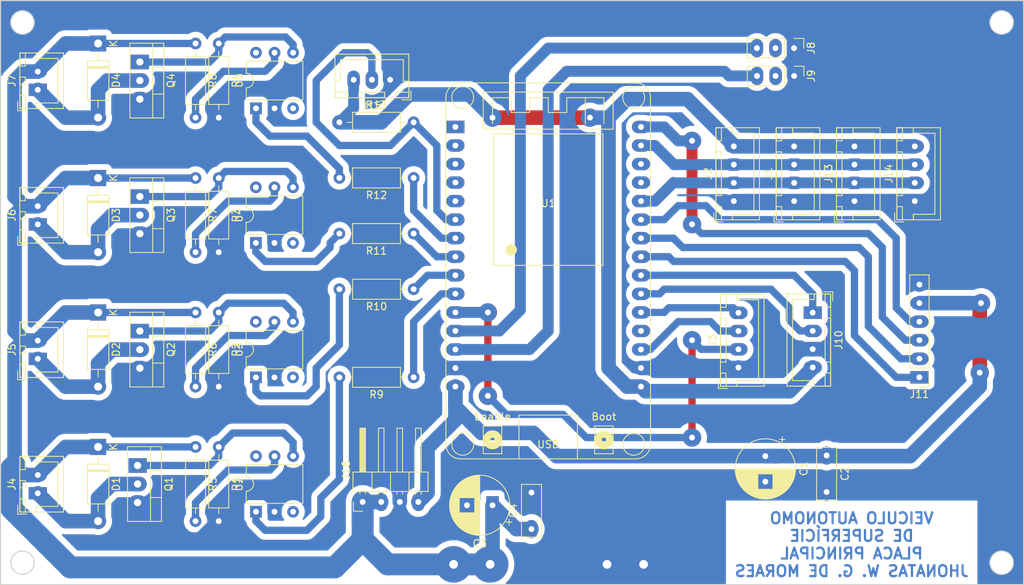
<source format=kicad_pcb>
(kicad_pcb (version 20221018) (generator pcbnew)
  (layers (0 "F.Cu" signal) (31 "B.Cu" signal) (34 "B.Paste" user) (35 "F.Paste" user) (36 "B.SilkS" user "B.Silkscreen") (37 "F.SilkS" user "F.Silkscreen") (38 "B.Mask" user) (39 "F.Mask" user) (44 "Edge.Cuts" user))
  (net 0 "")
  (net 9 "GND")
  (net 10 "SDA")
  (net 11 "SCL")
  (net 12 "+3V3")
  (net 13 "BTN3")
  (net 14 "BTN2")
  (net 15 "BTN1")
  (net 20 "ESC1")
  (net 22 "ESC2")
  (net 23 "TX2")
  (net 24 "RX2")
  (net 26 "DS1820")
  (net 27 "SS")
  (net 28 "SCK")
  (net 29 "MISO")
  (net 30 "MOSI")
  (net 33 "+12V")
  (net 34 "Net-(D1-A)")
  (net 35 "Net-(D2-A)")
  (net 36 "Net-(D3-A)")
  (net 37 "Net-(D4-A)")
  (net 38 "Net-(Q1-G)")
  (net 39 "Net-(Q2-G)")
  (net 40 "Net-(Q3-G)")
  (net 41 "Net-(Q4-G)")
  (net 42 "Net-(R5-Pad2)")
  (net 43 "Net-(R6-Pad2)")
  (net 44 "Net-(R7-Pad2)")
  (net 45 "Net-(R8-Pad2)")
  (net 46 "BMB1")
  (net 47 "Net-(R9-Pad2)")
  (net 48 "BMB2")
  (net 49 "Net-(R10-Pad2)")
  (net 50 "BMB3")
  (net 51 "Net-(R11-Pad2)")
  (net 52 "BMB4")
  (net 53 "Net-(R12-Pad2)")
  (net 54 "+5V")
  (footprint "Resistor_THT:R_Axial_DIN0207_L6.3mm_D2.5mm_P10.16mm_Horizontal" (layer "F.Cu") (at 105.283 94.503 -90)
    (fp_text reference "R2")
    (fp_text value "1k2")
  )
  (footprint "Package_DIP:DIP-6_W7.62mm" (layer "F.Cu") (at 110.363 84.978 90)
    (fp_text reference "U4")
    (fp_text value "4N25")
  )
  (footprint "Diode_THT:D_DO-41_SOD81_P10.16mm_Horizontal" (layer "F.Cu") (at 88.773 94.503 -90)
    (fp_text reference "D2")
    (fp_text value "1N4007")
  )
  (footprint "Resistor_THT:R_Axial_DIN0207_L6.3mm_D2.5mm_P10.16mm_Horizontal" (layer "F.Cu") (at 102.108 76.088 -90)
    (fp_text reference "R7")
    (fp_text value "1k2")
  )
  (footprint "Connector_JST:JST_XH_B4B-XH-A_1x04_P2.50mm_Vertical" (layer "F.Cu") (at 200.533 79.248 90)
    (fp_text reference "J14")
    (fp_text value "I2C_EXTRA")
  )
  (footprint "Connector_JST:JST_XH_B4B-XH-A_1x04_P2.50mm_Vertical" (layer "F.Cu") (at 184.023 79.248 90)
    (fp_text reference "J1")
    (fp_text value "Magnetometro")
  )
  (footprint "Resistor_THT:R_Axial_DIN0207_L6.3mm_D2.5mm_P10.16mm_Horizontal" (layer "F.Cu") (at 102.108 57.658 -90)
    (fp_text reference "R8")
    (fp_text value "1k2")
  )
  (footprint "Package_TO_SOT_THT:TO-220-3_Vertical" (layer "F.Cu") (at 94.488 78.628 -90)
    (fp_text reference "Q3")
    (fp_text value "IRF540N")
  )
  (footprint "Connector_PinHeader_2.54mm:PinHeader_1x03_P2.54mm_Vertical" (layer "F.Cu") (at 184.023 62.103 -90)
    (fp_text reference "J9")
    (fp_text value "Con_ESC2")
  )
  (footprint "Connector_JST:JST_XH_B4B-XH-A_1x04_P2.50mm_Vertical" (layer "F.Cu") (at 176.403 102.048 90)
    (fp_text reference "J3")
    (fp_text value "Botoes")
  )
  (footprint "Connector_PinHeader_2.54mm:PinHeader_1x06_P2.54mm_Vertical" (layer "F.Cu") (at 201.168 103.378 180)
    (fp_text reference "J11")
    (fp_text value "Conn_01x06")
  )
  (footprint "Connector_JST:JST_XH_B4B-XH-A_1x04_P2.50mm_Vertical" (layer "F.Cu") (at 186.563 94.528 -90)
    (fp_text reference "J10")
    (fp_text value "GPS")
  )
  (footprint "Connector_JST:JST_XH_B2B-XH-A_1x02_P2.50mm_Vertical" (layer "F.Cu") (at 80.518 64.008 90)
    (fp_text reference "J7")
    (fp_text value "Con_BMB4")
  )
  (footprint "Connector_PinHeader_2.54mm:PinHeader_1x04_P2.54mm_Horizontal" (layer "F.Cu") (at 124.978 120.453 90)
    (fp_text reference "J16")
    (fp_text value "Buck")
  )
  (footprint "Resistor_THT:R_Axial_DIN0207_L6.3mm_D2.5mm_P10.16mm_Horizontal" (layer "F.Cu") (at 131.953 91.313 180)
    (fp_text reference "R10")
    (fp_text value "100")
  )
  (footprint "Resistor_THT:R_Axial_DIN0207_L6.3mm_D2.5mm_P10.16mm_Horizontal" (layer "F.Cu") (at 131.953 76.073 180)
    (fp_text reference "R12")
    (fp_text value "100")
  )
  (footprint "Connector_JST:JST_XH_B2B-XH-A_1x02_P2.50mm_Vertical" (layer "F.Cu") (at 80.518 100.853 90)
    (fp_text reference "J5")
    (fp_text value "Con_BMB2")
  )
  (footprint "Connector_PinHeader_2.54mm:PinHeader_1x03_P2.54mm_Vertical" (layer "F.Cu") (at 184.008 58.293 -90)
    (fp_text reference "J8")
    (fp_text value "Con_ESC1")
  )
  (footprint "Resistor_THT:R_Axial_DIN0207_L6.3mm_D2.5mm_P10.16mm_Horizontal" (layer "F.Cu") (at 102.108 112.918 -90)
    (fp_text reference "R5")
    (fp_text value "1k2")
  )
  (footprint "Resistor_THT:R_Axial_DIN0207_L6.3mm_D2.5mm_P10.16mm_Horizontal" (layer "F.Cu") (at 121.793 68.453)
    (fp_text reference "R13")
    (fp_text value "1k2")
  )
  (footprint "Package_TO_SOT_THT:TO-220-3_Vertical" (layer "F.Cu") (at 94.488 60.198 -90)
    (fp_text reference "Q4")
    (fp_text value "IRF540N")
  )
  (footprint "Custom:C_Disc_D7.0mm_W2.5mm_P5.00mm" (layer "F.Cu") (at 148.082 124.166 90)
    (fp_text reference "C4")
    (fp_text value "10nF")
  )
  (footprint "Diode_THT:D_DO-41_SOD81_P10.16mm_Horizontal" (layer "F.Cu") (at 88.773 112.918 -90)
    (fp_text reference "D1")
    (fp_text value "1N4007")
  )
  (footprint "Custom:CP_Radial_D8.0mm_P3.50mm" (layer "F.Cu") (at 180.086 114.171349 -90)
    (fp_text reference "C1")
    (fp_text value "470uF")
  )
  (footprint "Resistor_THT:R_Axial_DIN0207_L6.3mm_D2.5mm_P10.16mm_Horizontal" (layer "F.Cu") (at 131.953 103.378 180)
    (fp_text reference "R9")
    (fp_text value "100")
  )
  (footprint "Connector_JST:JST_XH_B2B-XH-A_1x02_P2.50mm_Vertical" (layer "F.Cu") (at 80.518 119.268 90)
    (fp_text reference "J4")
    (fp_text value "Con_BMB1")
  )
  (footprint "Resistor_THT:R_Axial_DIN0207_L6.3mm_D2.5mm_P10.16mm_Horizontal" (layer "F.Cu") (at 105.283 76.088 -90)
    (fp_text reference "R3")
    (fp_text value "1k2")
  )
  (footprint "Package_TO_SOT_THT:TO-220-3_Vertical" (layer "F.Cu") (at 94.178 115.458 -90)
    (fp_text reference "Q1")
    (fp_text value "IRF540N")
  )
  (footprint "Custom:C_Disc_D7.0mm_W2.5mm_P5.00mm" (layer "F.Cu") (at 188.468 114.086 -90)
    (fp_text reference "C2")
    (fp_text value "10nF")
  )
  (footprint "Resistor_THT:R_Axial_DIN0207_L6.3mm_D2.5mm_P10.16mm_Horizontal" (layer "F.Cu") (at 102.108 94.503 -90)
    (fp_text reference "R6")
    (fp_text value "1k2")
  )
  (footprint "Package_DIP:DIP-6_W7.62mm" (layer "F.Cu") (at 110.378 66.538 90)
    (fp_text reference "U5")
    (fp_text value "4N25")
  )
  (footprint "Resistor_THT:R_Axial_DIN0207_L6.3mm_D2.5mm_P10.16mm_Horizontal" (layer "F.Cu") (at 131.953 83.693 180)
    (fp_text reference "R11")
    (fp_text value "100")
  )
  (footprint "Resistor_THT:R_Axial_DIN0207_L6.3mm_D2.5mm_P10.16mm_Horizontal" (layer "F.Cu") (at 105.283 112.918 -90)
    (fp_text reference "R1")
    (fp_text value "1k2")
  )
  (footprint "Package_TO_SOT_THT:TO-220-3_Vertical" (layer "F.Cu") (at 94.488 97.043 -90)
    (fp_text reference "Q2")
    (fp_text value "IRF540N")
  )
  (footprint "Resistor_THT:R_Axial_DIN0207_L6.3mm_D2.5mm_P10.16mm_Horizontal" (layer "F.Cu") (at 105.283 57.658 -90)
    (fp_text reference "R4")
    (fp_text value "1k2")
  )
  (footprint "Package_DIP:DIP-6_W7.62mm" (layer "F.Cu") (at 110.378 121.798 90)
    (fp_text reference "U2")
    (fp_text value "4N25")
  )
  (footprint "Connector_JST:JST_XH_B4B-XH-A_1x04_P2.50mm_Vertical" (layer "F.Cu") (at 175.768 79.248 90)
    (fp_text reference "J2")
    (fp_text value "Display")
  )
  (footprint "Connector_JST:JST_XH_B2B-XH-A_1x02_P2.50mm_Vertical" (layer "F.Cu") (at 80.518 82.438 90)
    (fp_text reference "J6")
    (fp_text value "Con_BMB3")
  )
  (footprint "Package_DIP:DIP-6_W7.62mm" (layer "F.Cu") (at 110.363 103.393 90)
    (fp_text reference "U3")
    (fp_text value "4N25")
  )
  (footprint "Connector_JST:JST_XH_B3B-XH-A_1x03_P2.50mm_Vertical" (layer "F.Cu") (at 128.738 62.628 180)
    (fp_text reference "J15")
    (fp_text value "Con_DS1820")
  )
  (footprint "Diode_THT:D_DO-41_SOD81_P10.16mm_Horizontal" (layer "F.Cu") (at 88.773 57.658 -90)
    (fp_text reference "D4")
    (fp_text value "1N4007")
  )
  (footprint "Custom:CP_Radial_D8.0mm_P3.50mm" (layer "F.Cu") (at 142.748 120.904 180)
    (fp_text reference "C3")
    (fp_text value "470uF")
  )
  (footprint "Connector_JST:JST_XH_B4B-XH-A_1x04_P2.50mm_Vertical" (layer "F.Cu") (at 192.278 79.248 90)
    (fp_text reference "J13")
    (fp_text value "BME280")
  )
  (footprint "Diode_THT:D_DO-41_SOD81_P10.16mm_Horizontal" (layer "F.Cu") (at 88.773 76.088 -90)
    (fp_text reference "D3")
    (fp_text value "1N4007")
  )
  (footprint "Libs:esp32_devkit_v1_doit" (layer "F.Cu") (at 150.368 69.088)
    (fp_text reference "U1")
    (fp_text value "ESP32_DevKit_V1_DOIT")
  )
  (gr_circle (center 78.423 128.778) (end 80.023 128.778) (stroke (width 0.15)) (fill none) (layer "Edge.Cuts"))
  (gr_circle (center 78.423 54.778) (end 80.023 54.778) (stroke (width 0.15)) (fill none) (layer "Edge.Cuts"))
  (gr_rect (start 75.423 51.778) (end 215.423 131.778) (stroke (width 0.15)) (fill none) (layer "Edge.Cuts"))
  (gr_circle (center 212.423 54.778) (end 214.023 54.778) (stroke (width 0.15)) (fill none) (layer "Edge.Cuts"))
  (gr_circle (center 212.423 128.778) (end 214.023 128.778) (stroke (width 0.15)) (fill none) (layer "Edge.Cuts"))
  (gr_text "VEICULO AUTONOMO\nDE SUPERFÍCIE\nPLACA PRINCIPAL\nJHONATAS W. G. DE MORAES" (at 191.897 130.81) (layer "B.Cu") (effects (font (size 1.5 1.5) (thickness 0.3) bold) (justify bottom mirror)))
  (via (at 163.423 129) (size 5) (drill 1.2) (layers "F.Cu" "B.Cu") (net 9))
  (via (at 158.423 129) (size 5) (drill 1.2) (layers "F.Cu" "B.Cu") (net 9))
  (segment (start 105.283 65.278) (end 105.283 67.818) (width 1) (layer "B.Cu") (net 9))
  (segment (start 112.903 81.788) (end 108.458 81.788) (width 2) (layer "B.Cu") (net 9))
  (segment (start 137.668 102.108) (end 152.908 102.108) (width 2) (layer "B.Cu") (net 9))
  (segment (start 176.463 102.108) (end 176.403 102.048) (width 2) (layer "B.Cu") (net 9))
  (segment (start 117.348 108.458) (end 119.253 110.363) (width 2) (layer "B.Cu") (net 9))
  (segment (start 180.213 102.108) (end 176.463 102.108) (width 2) (layer "B.Cu") (net 9))
  (segment (start 184.023 79.248) (end 192.278 79.248) (width 2) (layer "B.Cu") (net 9))
  (segment (start 103.378 108.473) (end 105.283 106.568) (width 2) (layer "B.Cu") (net 9))
  (segment (start 105.283 67.818) (end 110.236 72.771) (width 2) (layer "B.Cu") (net 9))
  (segment (start 213.233 87.503) (end 213.233 96.393) (width 2) (layer "B.Cu") (net 9))
  (segment (start 173.529651 117.671349) (end 163.423 127.778) (width 2) (layer "B.Cu") (net 9))
  (segment (start 97.663 90.058) (end 104.013 90.058) (width 2) (layer "B.Cu") (net 9))
  (segment (start 133.223 55.753) (end 144.653 55.753) (width 2) (layer "B.Cu") (net 9))
  (segment (start 112.903 84.978) (end 112.903 81.788) (width 2) (layer "B.Cu") (net 9))
  (segment (start 127.508 83.058) (end 124.333 79.883) (width 2) (layer "B.Cu") (net 9))
  (segment (start 199.898 62.103) (end 204.978 67.183) (width 2) (layer "B.Cu") (net 9))
  (segment (start 190.246 118.618) (end 189.299349 117.671349) (width 2) (layer "B.Cu") (net 9))
  (segment (start 130.058 109.718) (end 130.058 112.278) (width 2) (layer "B.Cu") (net 9))
  (segment (start 213.233 96.393) (end 211.328 98.298) (width 2) (layer "B.Cu") (net 9))
  (segment (start 180.086 117.671349) (end 173.529651 117.671349) (width 2) (layer "B.Cu") (net 9))
  (segment (start 205.613 100.838) (end 205.613 104.013) (width 2) (layer "B.Cu") (net 9))
  (segment (start 208.153 98.298) (end 205.613 100.838) (width 2) (layer "B.Cu") (net 9))
  (segment (start 94.178 120.538) (end 94.178 122.118) (width 2) (layer "B.Cu") (net 9))
  (segment (start 105.283 105.918) (end 107.823 108.458) (width 2) (layer "B.Cu") (net 9))
  (segment (start 130.058 120.453) (end 130.058 112.278) (width 2) (layer "B.Cu") (net 9))
  (segment (start 118.618 92.583) (end 118.618 97.663) (width 2) (layer "B.Cu") (net 9))
  (segment (start 112.918 66.538) (end 112.918 65.293) (width 1) (layer "B.Cu") (net 9))
  (segment (start 94.178 122.118) (end 97.663 125.603) (width 2) (layer "B.Cu") (net 9))
  (segment (start 98.298 108.473) (end 103.378 108.473) (width 2) (layer "B.Cu") (net 9))
  (segment (start 105.283 121.158) (end 105.283 123.078) (width 2) (layer "B.Cu") (net 9))
  (segment (start 105.283 106.568) (end 105.283 104.663) (width 2) (layer "B.Cu") (net 9))
  (segment (start 175.768 79.248) (end 184.023 79.248) (width 2) (layer "B.Cu") (net 9))
  (segment (start 115.443 118.618) (end 114.173 118.618) (width 2) (layer "B.Cu") (net 9))
  (segment (start 105.283 104.663) (end 105.283 105.918) (width 2) (layer "B.Cu") (net 9))
  (segment (start 112.903 101.473) (end 112.903 103.393) (width 2) (layer "B.Cu") (net 9))
  (segment (start 159.258 108.458) (end 189.103 108.458) (width 2) (layer "B.Cu") (net 9))
  (segment (start 148.082 119.166) (end 149.811 119.166) (width 2) (layer "B.Cu") (net 9))
  (segment (start 124.333 79.883) (end 119.253 79.883) (width 2) (layer "B.Cu") (net 9))
  (segment (start 105.283 84.963) (end 105.283 86.248) (width 2) (layer "B.Cu") (net 9))
  (segment (start 105.283 88.788) (end 105.283 86.248) (width 2) (layer "B.Cu") (net 9))
  (segment (start 152.908 102.108) (end 159.258 108.458) (width 2) (layer "B.Cu") (net 9))
  (segment (start 204.978 67.183) (end 204.978 77.978) (width 2) (layer "B.Cu") (net 9))
  (segment (start 201.168 90.678) (end 206.248 85.598) (width 2) (layer "B.Cu") (net 9))
  (segment (start 104.013 71.628) (end 105.283 70.358) (width 2) (layer "B.Cu") (net 9))
  (segment (start 137.668 102.108) (end 135.763 102.108) (width 2) (layer "B.Cu") (net 9))
  (segment (start 109.078 90.043) (end 116.078 90.043) (width 2) (layer "B.Cu") (net 9))
  (segment (start 97.028 71.628) (end 104.013 71.628) (width 2) (layer "B.Cu") (net 9))
  (segment (start 206.248 85.598) (end 211.328 85.598) (width 2) (layer "B.Cu") (net 9))
  (segment (start 189.299349 117.671349) (end 180.086 117.671349) (width 2) (layer "B.Cu") (net 9))
  (segment (start 112.918 119.873) (end 114.173 118.618) (width 2) (layer "B.Cu") (net 9))
  (segment (start 119.253 114.808) (end 115.443 118.618) (width 2) (layer "B.Cu") (net 9))
  (segment (start 127.508 109.728) (end 127.508 83.058) (width 2) (layer "B.Cu") (net 9))
  (segment (start 163.068 102.108) (end 176.343 102.108) (width 2) (layer "B.Cu") (net 9))
  (segment (start 184.023 62.103) (end 184.023 58.308) (width 2) (layer "B.Cu") (net 9))
  (segment (start 204.978 77.978) (end 203.708 79.248) (width 2) (layer "B.Cu") (net 9))
  (segment (start 116.271 72.771) (end 118.618 75.118) (width 2) (layer "B.Cu") (net 9))
  (segment (start 201.168 108.458) (end 189.103 108.458) (width 2) (layer "B.Cu") (net 9))
  (segment (start 135.763 102.108) (end 134.493 103.378) (width 2) (layer "B.Cu") (net 9))
  (segment (start 118.618 75.118) (end 118.618 79.248) (width 2) (layer "B.Cu") (net 9))
  (segment (start 176.343 102.108) (end 176.403 102.048) (width 2) (layer "B.Cu") (net 9))
  (segment (start 192.278 79.248) (end 200.533 79.248) (width 2) (layer "B.Cu") (net 9))
  (segment (start 94.488 83.708) (end 94.488 86.883) (width 2) (layer "B.Cu") (net 9))
  (segment (start 191.643 105.918) (end 191.643 101.433) (width 2) (layer "B.Cu") (net 9))
  (segment (start 114.173 118.618) (end 107.823 118.618) (width 2) (layer "B.Cu") (net 9))
  (segment (start 119.253 79.883) (end 118.618 79.248) (width 2) (layer "B.Cu") (net 9))
  (segment (start 105.283 104.663) (end 105.283 102.743) (width 2) (layer "B.Cu") (net 9))
  (segment (start 107.823 108.458) (end 117.348 108.458) (width 2) (layer "B.Cu") (net 9))
  (segment (start 184.023 62.103) (end 199.898 62.103) (width 2) (layer "B.Cu") (net 9))
  (segment (start 94.488 104.663) (end 98.298 108.473) (width 2) (layer "B.Cu") (net 9))
  (segment (start 105.283 70.358) (end 105.283 67.818) (width 2) (layer "B.Cu") (net 9))
  (segment (start 107.823 118.618) (end 105.283 121.158) (width 2) (layer "B.Cu") (net 9))
  (segment (start 105.283 102.743) (end 107.823 100.203) (width 2) (layer "B.Cu") (net 9))
  (segment (start 191.643 101.433) (end 189.738 99.528) (width 2) (layer "B.Cu") (net 9))
  (segment (start 106.553 64.008) (end 105.283 65.278) (width 1) (layer "B.Cu") (net 9))
  (segment (start 111.633 64.008) (end 106.553 64.008) (width 1) (layer "B.Cu") (net 9))
  (segment (start 119.253 110.363) (end 119.253 114.808) (width 2) (layer "B.Cu") (net 9))
  (segment (start 97.663 125.603) (end 102.758 125.603) (width 2) (layer "B.Cu") (net 9))
  (segment (start 134.493 105.283) (end 130.058 109.718) (width 2) (layer "B.Cu") (net 9))
  (segment (start 205.613 104.013) (end 201.168 108.458) (width 2) (layer "B.Cu") (net 9))
  (segment (start 184.023 58.308) (end 184.008 58.293) (width 2) (layer "B.Cu") (net 9))
  (segment (start 200.533 79.248) (end 200.533 90.043) (width 2) (layer "B.Cu") (net 9))
  (segment (start 188.468 119.086) (end 189.778 119.086) (width 2) (layer "B.Cu") (net 9))
  (segment (start 94.488 65.278) (end 94.488 69.088) (width 2) (layer "B.Cu") (net 9))
  (segment (start 189.103 108.458) (end 191.643 105.918) (width 2) (layer "B.Cu") (net 9))
  (segment (start 104.013 90.058) (end 105.283 88.788) (width 2) (layer "B.Cu") (net 9))
  (segment (start 189.778 119.086) (end 190.246 118.618) (width 2) (layer "B.Cu") (net 9))
  (segment (start 189.738 99.528) (end 186.563 99.528) (width 2) (layer "B.Cu") (net 9))
  (segment (start 114.173 100.203) (end 112.903 101.473) (width 2) (layer "B.Cu") (net 9))
  (segment (start 116.078 100.203) (end 114.173 100.203) (width 2) (layer "B.Cu") (net 9))
  (segment (start 118.618 79.248) (end 116.078 81.788) (width 2) (layer "B.Cu") (net 9))
  (segment (start 182.413 53.848) (end 184.008 55.443) (width 2) (layer "B.Cu") (net 9))
  (segment (start 184.008 55.443) (end 184.008 58.293) (width 2) (layer "B.Cu") (net 9))
  (segment (start 130.058 112.278) (end 127.508 109.728) (width 2) (layer "B.Cu") (net 9))
  (segment (start 182.793 99.528) (end 180.213 102.108) (width 2) (layer "B.Cu") (net 9))
  (segment (start 110.236 72.771) (end 116.271 72.771) (width 2) (layer "B.Cu") (net 9))
  (segment (start 112.918 121.798) (end 112.918 119.873) (width 2) (layer "B.Cu") (net 9))
  (segment (start 105.283 86.248) (end 109.078 90.043) (width 2) (layer "B.Cu") (net 9))
  (segment (start 94.488 102.123) (end 94.488 104.663) (width 2) (layer "B.Cu") (net 9))
  (segment (start 116.078 90.043) (end 118.618 92.583) (width 2) (layer "B.Cu") (net 9))
  (segment (start 211.328 98.298) (end 208.153 98.298) (width 2) (layer "B.Cu") (net 9))
  (segment (start 94.488 69.088) (end 97.028 71.628) (width 2) (layer "B.Cu") (net 9))
  (segment (start 128.738 60.238) (end 133.223 55.753) (width 2) (layer "B.Cu") (net 9))
  (segment (start 146.558 53.848) (end 182.413 53.848) (width 2) (layer "B.Cu") (net 9))
  (segment (start 128.738 62.628) (end 128.738 60.238) (width 2) (layer "B.Cu") (net 9))
  (segment (start 102.758 125.603) (end 105.283 123.078) (width 2) (layer "B.Cu") (net 9))
  (segment (start 118.618 97.663) (end 116.078 100.203) (width 2) (layer "B.Cu") (net 9))
  (segment (start 108.458 81.788) (end 105.283 84.963) (width 2) (layer "B.Cu") (net 9))
  (segment (start 211.328 85.598) (end 213.233 87.503) (width 2) (layer "B.Cu") (net 9))
  (segment (start 107.823 100.203) (end 114.173 100.203) (width 2) (layer "B.Cu") (net 9))
  (segment (start 200.533 90.043) (end 201.168 90.678) (width 2) (layer "B.Cu") (net 9))
  (segment (start 94.488 86.883) (end 97.663 90.058) (width 2) (layer "B.Cu") (net 9))
  (segment (start 149.811 119.166) (end 158.423 127.778) (width 2) (layer "B.Cu") (net 9))
  (segment (start 112.918 65.293) (end 111.633 64.008) (width 1) (layer "B.Cu") (net 9))
  (segment (start 134.493 103.378) (end 134.493 105.283) (width 2) (layer "B.Cu") (net 9))
  (segment (start 144.653 55.753) (end 146.558 53.848) (width 2) (layer "B.Cu") (net 9))
  (segment (start 203.708 79.248) (end 200.533 79.248) (width 2) (layer "B.Cu") (net 9))
  (segment (start 186.563 99.528) (end 182.793 99.528) (width 2) (layer "B.Cu") (net 9))
  (segment (start 116.078 81.788) (end 112.903 81.788) (width 2) (layer "B.Cu") (net 9))
  (segment (start 163.068 79.248) (end 164.973 79.248) (width 1.5) (layer "B.Cu") (net 10))
  (segment (start 167.553 76.748) (end 175.768 76.748) (width 1.5) (layer "B.Cu") (net 10))
  (segment (start 167.513 76.708) (end 167.553 76.748) (width 1.5) (layer "B.Cu") (net 10))
  (segment (start 192.278 76.748) (end 200.533 76.748) (width 1.5) (layer "B.Cu") (net 10))
  (segment (start 184.023 76.748) (end 192.278 76.748) (width 1.5) (layer "B.Cu") (net 10))
  (segment (start 175.768 76.748) (end 184.023 76.748) (width 1.5) (layer "B.Cu") (net 10))
  (segment (start 164.973 79.248) (end 167.513 76.708) (width 1.5) (layer "B.Cu") (net 10))
  (segment (start 175.768 74.248) (end 184.023 74.248) (width 1.5) (layer "B.Cu") (net 11))
  (segment (start 164.973 71.628) (end 163.068 71.628) (width 1.5) (layer "B.Cu") (net 11))
  (segment (start 175.768 74.248) (end 167.593 74.248) (width 1.5) (layer "B.Cu") (net 11))
  (segment (start 192.278 74.248) (end 200.533 74.248) (width 1.5) (layer "B.Cu") (net 11))
  (segment (start 184.023 74.248) (end 192.278 74.248) (width 1.5) (layer "B.Cu") (net 11))
  (segment (start 167.593 74.248) (end 164.973 71.628) (width 1.5) (layer "B.Cu") (net 11))
  (segment (start 156.083 67.818) (end 142.748 67.818) (width 2) (layer "F.Cu") (net 12))
  (via (at 156.083 67.818) (size 2.5) (drill 0.8) (layers "F.Cu" "B.Cu") (net 12))
  (via (at 142.748 67.818) (size 2.5) (drill 0.8) (layers "F.Cu" "B.Cu") (net 12))
  (segment (start 184.023 71.748) (end 192.278 71.748) (width 2) (layer "B.Cu") (net 12))
  (segment (start 169.418 65.278) (end 161.163 65.278) (width 2) (layer "B.Cu") (net 12))
  (segment (start 158.623 67.818) (end 156.083 67.818) (width 2) (layer "B.Cu") (net 12))
  (segment (start 175.768 71.748) (end 175.768 71.628) (width 2) (layer "B.Cu") (net 12))
  (segment (start 175.768 71.748) (end 184.023 71.748) (width 2) (layer "B.Cu") (net 12))
  (segment (start 163.703 105.283) (end 163.068 104.648) (width 2) (layer "B.Cu") (net 12))
  (segment (start 186.563 102.028) (end 186.563 102.108) (width 2) (layer "B.Cu") (net 12))
  (segment (start 161.163 65.278) (end 158.623 67.818) (width 2) (layer "B.Cu") (net 12))
  (segment (start 127.508 68.453) (end 121.793 68.453) (width 2) (layer "B.Cu") (net 12))
  (segment (start 139.573 64.643) (end 131.318 64.643) (width 2) (layer "B.Cu") (net 12))
  (segment (start 158.623 102.108) (end 161.163 104.648) (width 2) (layer "B.Cu") (net 12))
  (segment (start 158.623 67.818) (end 158.623 102.108) (width 2) (layer "B.Cu") (net 12))
  (segment (start 123.738 62.628) (end 123.738 66.508) (width 1.5) (layer "B.Cu") (net 12))
  (segment (start 200.533 71.748) (end 192.278 71.748) (width 2) (layer "B.Cu") (net 12))
  (segment (start 183.388 105.283) (end 163.703 105.283) (width 2) (layer "B.Cu") (net 12))
  (segment (start 131.318 64.643) (end 127.508 68.453) (width 2) (layer "B.Cu") (net 12))
  (segment (start 161.163 104.648) (end 163.068 104.648) (width 2) (layer "B.Cu") (net 12))
  (segment (start 142.748 67.818) (end 139.573 64.643) (width 2) (layer "B.Cu") (net 12))
  (segment (start 123.738 66.508) (end 121.793 68.453) (width 1.5) (layer "B.Cu") (net 12))
  (segment (start 186.563 102.108) (end 183.388 105.283) (width 2) (layer "B.Cu") (net 12))
  (segment (start 175.768 71.628) (end 169.418 65.278) (width 2) (layer "B.Cu") (net 12))
  (segment (start 170.053 98.298) (end 170.053 111.633) (width 1) (layer "F.Cu") (net 13))
  (segment (start 142.113 105.918) (end 142.113 94.488) (width 1) (layer "F.Cu") (net 13))
  (via (at 142.113 94.488) (size 2.5) (drill 0.8) (layers "F.Cu" "B.Cu") (net 13))
  (via (at 170.053 98.298) (size 2.5) (drill 0.8) (layers "F.Cu" "B.Cu") (net 13))
  (via (at 170.053 111.633) (size 2.5) (drill 0.8) (layers "F.Cu" "B.Cu") (net 13))
  (via (at 142.113 105.918) (size 2.5) (drill 0.8) (layers "F.Cu" "B.Cu") (net 13))
  (segment (start 171.303 99.548) (end 176.403 99.548) (width 1) (layer "B.Cu") (net 13))
  (segment (start 137.668 94.488) (end 142.113 94.488) (width 1.5) (layer "B.Cu") (net 13))
  (segment (start 155.575 111.633) (end 152.4 108.458) (width 1) (layer "B.Cu") (net 13))
  (segment (start 144.653 108.458) (end 142.113 105.918) (width 1) (layer "B.Cu") (net 13))
  (segment (start 152.4 108.458) (end 144.653 108.458) (width 1) (layer "B.Cu") (net 13))
  (segment (start 170.053 98.298) (end 171.303 99.548) (width 1) (layer "B.Cu") (net 13))
  (segment (start 170.053 111.633) (end 155.575 111.633) (width 1) (layer "B.Cu") (net 13))
  (segment (start 173.883 97.048) (end 176.403 97.048) (width 1) (layer "B.Cu") (net 14))
  (segment (start 172.593 95.758) (end 173.883 97.048) (width 1) (layer "B.Cu") (net 14))
  (segment (start 163.068 99.568) (end 164.338 99.568) (width 1) (layer "B.Cu") (net 14))
  (segment (start 164.338 99.568) (end 168.148 95.758) (width 1) (layer "B.Cu") (net 14))
  (segment (start 168.148 95.758) (end 172.593 95.758) (width 1) (layer "B.Cu") (net 14))
  (segment (start 166.243 94.488) (end 166.878 93.853) (width 1) (layer "B.Cu") (net 15))
  (segment (start 163.068 94.488) (end 163.108 94.528) (width 1) (layer "B.Cu") (net 15))
  (segment (start 163.188 94.608) (end 163.068 94.488) (width 1) (layer "B.Cu") (net 15))
  (segment (start 175.708 93.853) (end 176.403 94.548) (width 1) (layer "B.Cu") (net 15))
  (segment (start 163.068 94.488) (end 166.243 94.488) (width 1) (layer "B.Cu") (net 15))
  (segment (start 166.878 93.853) (end 175.708 93.853) (width 1) (layer "B.Cu") (net 15))
  (segment (start 137.668 97.028) (end 143.7005 97.028) (width 1.5) (layer "B.Cu") (net 20))
  (segment (start 146.558 94.1705) (end 146.558 62.103) (width 1.5) (layer "B.Cu") (net 20))
  (segment (start 143.7005 97.028) (end 146.558 94.1705) (width 1.5) (layer "B.Cu") (net 20))
  (segment (start 146.558 62.103) (end 150.368 58.293) (width 1.5) (layer "B.Cu") (net 20))
  (segment (start 150.368 58.293) (end 178.928 58.293) (width 1.5) (layer "B.Cu") (net 20))
  (segment (start 147.828 99.568) (end 150.368 97.028) (width 1.5) (layer "B.Cu") (net 22))
  (segment (start 175.133 62.103) (end 178.943 62.103) (width 1.5) (layer "B.Cu") (net 22))
  (segment (start 152.893 61.468) (end 174.498 61.468) (width 1.5) (layer "B.Cu") (net 22))
  (segment (start 150.368 63.993) (end 152.893 61.468) (width 1.5) (layer "B.Cu") (net 22))
  (segment (start 150.368 97.028) (end 150.368 63.993) (width 1.5) (layer "B.Cu") (net 22))
  (segment (start 137.668 99.568) (end 147.828 99.568) (width 1.5) (layer "B.Cu") (net 22))
  (segment (start 174.498 61.468) (end 175.133 62.103) (width 1.5) (layer "B.Cu") (net 22))
  (segment (start 184.023 89.408) (end 186.563 91.948) (width 1) (layer "B.Cu") (net 23))
  (segment (start 163.068 89.408) (end 184.023 89.408) (width 1) (layer "B.Cu") (net 23))
  (segment (start 186.563 91.948) (end 186.563 94.528) (width 1) (layer "B.Cu") (net 23))
  (segment (start 163.068 91.948) (end 165.608 91.948) (width 1) (layer "B.Cu") (net 24))
  (segment (start 165.608 91.948) (end 166.243 91.313) (width 1) (layer "B.Cu") (net 24))
  (segment (start 184.838 97.028) (end 186.563 97.028) (width 1) (layer "B.Cu") (net 24))
  (segment (start 183.388 95.578) (end 184.838 97.028) (width 1) (layer "B.Cu") (net 24))
  (segment (start 180.848 91.313) (end 183.388 93.853) (width 1) (layer "B.Cu") (net 24))
  (segment (start 183.388 93.853) (end 183.388 95.578) (width 1) (layer "B.Cu") (net 24))
  (segment (start 166.243 91.313) (end 180.848 91.313) (width 1) (layer "B.Cu") (net 24))
  (segment (start 135.128 80.518) (end 136.398 81.788) (width 1) (layer "B.Cu") (net 26))
  (segment (start 122.428 58.928) (end 125.603 58.928) (width 1) (layer "B.Cu") (net 26))
  (segment (start 131.953 68.453) (end 128.778 71.628) (width 1) (layer "B.Cu") (net 26))
  (segment (start 118.618 68.453) (end 118.618 62.738) (width 1) (layer "B.Cu") (net 26))
  (segment (start 136.398 81.788) (end 137.668 81.788) (width 1) (layer "B.Cu") (net 26))
  (segment (start 135.128 71.628) (end 135.128 80.518) (width 1) (layer "B.Cu") (net 26))
  (segment (start 128.778 71.628) (end 121.793 71.628) (width 1) (layer "B.Cu") (net 26))
  (segment (start 126.238 59.563) (end 126.238 62.628) (width 1) (layer "B.Cu") (net 26))
  (segment (start 131.953 68.453) (end 135.128 71.628) (width 1) (layer "B.Cu") (net 26))
  (segment (start 118.618 62.738) (end 122.428 58.928) (width 1) (layer "B.Cu") (net 26))
  (segment (start 121.793 71.628) (end 118.618 68.453) (width 1) (layer "B.Cu") (net 26))
  (segment (start 125.603 58.928) (end 126.238 59.563) (width 1) (layer "B.Cu") (net 26))
  (segment (start 192.278 88.773) (end 192.278 97.663) (width 1) (layer "B.Cu") (net 27))
  (segment (start 166.878 86.868) (end 167.513 87.503) (width 1) (layer "B.Cu") (net 27))
  (segment (start 191.008 87.503) (end 192.278 88.773) (width 1) (layer "B.Cu") (net 27))
  (segment (start 192.278 97.663) (end 197.993 103.378) (width 1) (layer "B.Cu") (net 27))
  (segment (start 167.513 87.503) (end 191.008 87.503) (width 1) (layer "B.Cu") (net 27))
  (segment (start 197.993 103.378) (end 201.168 103.378) (width 1) (layer "B.Cu") (net 27))
  (segment (start 163.068 86.868) (end 166.878 86.868) (width 1) (layer "B.Cu") (net 27))
  (segment (start 194.183 86.868) (end 194.183 96.393) (width 1) (layer "B.Cu") (net 28))
  (segment (start 167.513 84.328) (end 168.783 85.598) (width 1) (layer "B.Cu") (net 28))
  (segment (start 192.913 85.598) (end 194.183 86.868) (width 1) (layer "B.Cu") (net 28))
  (segment (start 194.183 96.393) (end 198.628 100.838) (width 1) (layer "B.Cu") (net 28))
  (segment (start 163.068 84.328) (end 167.513 84.328) (width 1) (layer "B.Cu") (net 28))
  (segment (start 198.628 100.838) (end 201.168 100.838) (width 1) (layer "B.Cu") (net 28))
  (segment (start 168.783 85.598) (end 192.913 85.598) (width 1) (layer "B.Cu") (net 28))
  (segment (start 166.243 81.788) (end 168.148 79.883) (width 1) (layer "B.Cu") (net 29))
  (segment (start 197.993 93.853) (end 199.898 95.758) (width 1) (layer "B.Cu") (net 29))
  (segment (start 173.863 81.788) (end 195.453 81.788) (width 1) (layer "B.Cu") (net 29))
  (segment (start 171.958 79.883) (end 173.863 81.788) (width 1) (layer "B.Cu") (net 29))
  (segment (start 195.453 81.788) (end 197.993 84.328) (width 1) (layer "B.Cu") (net 29))
  (segment (start 163.068 81.788) (end 166.243 81.788) (width 1) (layer "B.Cu") (net 29))
  (segment (start 197.993 84.328) (end 197.993 93.853) (width 1) (layer "B.Cu") (net 29))
  (segment (start 199.898 95.758) (end 201.168 95.758) (width 1) (layer "B.Cu") (net 29))
  (segment (start 168.148 79.883) (end 171.958 79.883) (width 1) (layer "B.Cu") (net 29))
  (segment (start 170.053 82.423) (end 170.053 70.993) (width 1.5) (layer "F.Cu") (net 30))
  (via (at 170.053 82.423) (size 2.5) (drill 0.8) (layers "F.Cu" "B.Cu") (net 30))
  (via (at 170.053 70.993) (size 2.5) (drill 0.8) (layers "F.Cu" "B.Cu") (net 30))
  (segment (start 170.053 82.423) (end 171.323 83.693) (width 1) (layer "B.Cu") (net 30))
  (segment (start 171.323 83.693) (end 194.183 83.693) (width 1) (layer "B.Cu") (net 30))
  (segment (start 163.068 69.088) (end 166.243 69.088) (width 1.5) (layer "B.Cu") (net 30))
  (segment (start 194.183 83.693) (end 196.088 85.598) (width 1) (layer "B.Cu") (net 30))
  (segment (start 199.263 98.298) (end 201.168 98.298) (width 1) (layer "B.Cu") (net 30))
  (segment (start 196.088 95.123) (end 199.263 98.298) (width 1) (layer "B.Cu") (net 30))
  (segment (start 166.243 69.088) (end 168.148 70.993) (width 1.5) (layer "B.Cu") (net 30))
  (segment (start 168.148 70.993) (end 170.053 70.993) (width 1.5) (layer "B.Cu") (net 30))
  (segment (start 196.088 85.598) (end 196.088 95.123) (width 1) (layer "B.Cu") (net 30))
  (via (at 142.423 129) (size 5) (drill 1.2) (layers "F.Cu" "B.Cu") (net 33))
  (via (at 137.423 129) (size 5) (drill 1.2) (layers "F.Cu" "B.Cu") (net 33))
  (segment (start 121.158 129.413) (end 124.978 125.593) (width 3) (layer "B.Cu") (net 33))
  (segment (start 77.343 97.028) (end 78.668 98.353) (width 2) (layer "B.Cu") (net 33))
  (segment (start 80.518 79.938) (end 78.668 79.938) (width 2) (layer "B.Cu") (net 33))
  (segment (start 84.963 129.413) (end 121.158 129.413) (width 3) (layer "B.Cu") (net 33))
  (segment (start 102.108 76.088) (end 88.773 76.088) (width 1) (layer "B.Cu") (net 33))
  (segment (start 128.385 129) (end 137.423 129) (width 3) (layer "B.Cu") (net 33))
  (segment (start 124.978 125.593) (end 128.385 129) (width 3) (layer "B.Cu") (net 33))
  (segment (start 142.748 128.675) (end 142.423 129) (width 2) (layer "B.Cu") (net 33))
  (segment (start 80.518 116.768) (end 80.518 116.728) (width 2) (layer "B.Cu") (net 33))
  (segment (start 84.328 76.088) (end 88.773 76.088) (width 2) (layer "B.Cu") (net 33))
  (segment (start 124.978 125.593) (end 124.978 120.453) (width 3) (layer "B.Cu") (net 33))
  (segment (start 80.518 79.898) (end 84.328 76.088) (width 2) (layer "B.Cu") (net 33))
  (segment (start 80.518 61.468) (end 84.328 57.658) (width 2) (layer "B.Cu") (net 33))
  (segment (start 84.328 57.658) (end 88.773 57.658) (width 2) (layer "B.Cu") (net 33))
  (segment (start 148.082 124.166) (end 146.01 124.166) (width 2) (layer "B.Cu") (net 33))
  (segment (start 146.01 124.166) (end 142.748 120.904) (width 2) (layer "B.Cu") (net 33))
  (segment (start 78.668 116.768) (end 80.518 116.768) (width 2) (layer "B.Cu") (net 33))
  (segment (start 102.108 57.658) (end 88.773 57.658) (width 1) (layer "B.Cu") (net 33))
  (segment (start 78.558 79.938) (end 77.343 81.153) (width 2) (layer "B.Cu") (net 33))
  (segment (start 84.328 94.503) (end 88.773 94.503) (width 2) (layer "B.Cu") (net 33))
  (segment (start 80.518 98.353) (end 78.558 98.353) (width 2) (layer "B.Cu") (net 33))
  (segment (start 124.978 120.453) (end 124.978 123.454) (width 3) (layer "B.Cu") (net 33))
  (segment (start 77.343 81.153) (end 77.343 97.028) (width 2) (layer "B.Cu") (net 33))
  (segment (start 77.343 99.568) (end 77.343 115.443) (width 2) (layer "B.Cu") (net 33))
  (segment (start 80.518 116.728) (end 84.328 112.918) (width 2) (layer "B.Cu") (net 33))
  (segment (start 80.518 79.938) (end 78.558 79.938) (width 2) (layer "B.Cu") (net 33))
  (segment (start 137.423 129) (end 142.423 129) (width 3) (layer "B.Cu") (net 33))
  (segment (start 78.573 61.508) (end 80.518 61.508) (width 2) (layer "B.Cu") (net 33))
  (segment (start 77.343 78.613) (end 77.343 62.738) (width 2) (layer "B.Cu") (net 33))
  (segment (start 78.668 79.938) (end 77.343 78.613) (width 2) (layer "B.Cu") (net 33))
  (segment (start 84.328 112.918) (end 88.773 112.918) (width 2) (layer "B.Cu") (net 33))
  (segment (start 77.343 62.738) (end 78.573 61.508) (width 2) (layer "B.Cu") (net 33))
  (segment (start 80.518 98.353) (end 80.518 98.313) (width 2) (layer "B.Cu") (net 33))
  (segment (start 80.518 98.313) (end 84.328 94.503) (width 2) (layer "B.Cu") (net 33))
  (segment (start 76.923 121.373) (end 84.963 129.413) (width 3) (layer "B.Cu") (net 33))
  (segment (start 127.518 120.453) (end 124.978 120.453) (width 2) (layer "B.Cu") (net 33))
  (segment (start 77.343 115.443) (end 76.923 115.863) (width 3) (layer "B.Cu") (net 33))
  (segment (start 78.668 98.353) (end 80.518 98.353) (width 2) (layer "B.Cu") (net 33))
  (segment (start 80.518 61.508) (end 80.518 61.468) (width 2) (layer "B.Cu") (net 33))
  (segment (start 76.923 115.863) (end 76.923 121.373) (width 3) (layer "B.Cu") (net 33))
  (segment (start 80.518 79.938) (end 80.518 79.898) (width 2) (layer "B.Cu") (net 33))
  (segment (start 77.343 115.443) (end 78.668 116.768) (width 2) (layer "B.Cu") (net 33))
  (segment (start 78.558 98.353) (end 77.343 99.568) (width 2) (layer "B.Cu") (net 33))
  (segment (start 102.108 94.503) (end 88.773 94.503) (width 1) (layer "B.Cu") (net 33))
  (segment (start 142.748 120.904) (end 142.748 128.675) (width 2) (layer "B.Cu") (net 33))
  (segment (start 102.108 112.918) (end 88.773 112.918) (width 1) (layer "B.Cu") (net 33))
  (segment (start 90.678 117.998) (end 88.773 119.903) (width 2) (layer "B.Cu") (net 34))
  (segment (start 94.178 117.998) (end 90.678 117.998) (width 2) (layer "B.Cu") (net 34))
  (segment (start 80.518 119.268) (end 84.328 123.078) (width 2) (layer "B.Cu") (net 34))
  (segment (start 88.773 119.903) (end 88.773 123.078) (width 2) (layer "B.Cu") (net 34))
  (segment (start 84.328 123.078) (end 88.773 123.078) (width 2) (layer "B.Cu") (net 34))
  (segment (start 94.488 99.583) (end 90.678 99.583) (width 2) (layer "B.Cu") (net 35))
  (segment (start 90.678 99.583) (end 88.773 101.488) (width 2) (layer "B.Cu") (net 35))
  (segment (start 84.328 104.663) (end 88.773 104.663) (width 2) (layer "B.Cu") (net 35))
  (segment (start 80.518 100.853) (end 84.328 104.663) (width 2) (layer "B.Cu") (net 35))
  (segment (start 88.773 101.488) (end 88.773 104.663) (width 2) (layer "B.Cu") (net 35))
  (segment (start 94.488 81.168) (end 90.678 81.168) (width 2) (layer "B.Cu") (net 36))
  (segment (start 84.328 86.248) (end 88.773 86.248) (width 2) (layer "B.Cu") (net 36))
  (segment (start 90.678 81.168) (end 88.773 83.073) (width 2) (layer "B.Cu") (net 36))
  (segment (start 80.518 82.438) (end 84.328 86.248) (width 2) (layer "B.Cu") (net 36))
  (segment (start 88.773 83.073) (end 88.773 86.248) (width 2) (layer "B.Cu") (net 36))
  (segment (start 88.773 64.008) (end 88.773 67.818) (width 2) (layer "B.Cu") (net 37))
  (segment (start 84.328 67.818) (end 88.773 67.818) (width 2) (layer "B.Cu") (net 37))
  (segment (start 94.488 62.738) (end 90.043 62.738) (width 2) (layer "B.Cu") (net 37))
  (segment (start 90.043 62.738) (end 88.773 64.008) (width 2) (layer "B.Cu") (net 37))
  (segment (start 80.518 64.008) (end 84.328 67.818) (width 2) (layer "B.Cu") (net 37))
  (segment (start 115.458 112.298) (end 115.458 114.178) (width 1) (layer "B.Cu") (net 38))
  (segment (start 107.188 111.013) (end 114.173 111.013) (width 1) (layer "B.Cu") (net 38))
  (segment (start 104.013 115.458) (end 94.178 115.458) (width 1) (layer "B.Cu") (net 38))
  (segment (start 105.283 112.918) (end 105.283 114.188) (width 1) (layer "B.Cu") (net 38))
  (segment (start 105.283 114.188) (end 104.013 115.458) (width 1) (layer "B.Cu") (net 38))
  (segment (start 105.283 112.918) (end 107.188 111.013) (width 1) (layer "B.Cu") (net 38))
  (segment (start 114.173 111.013) (end 115.458 112.298) (width 1) (layer "B.Cu") (net 38))
  (segment (start 105.283 95.773) (end 104.013 97.043) (width 1) (layer "B.Cu") (net 39))
  (segment (start 115.443 94.503) (end 114.173 93.233) (width 1) (layer "B.Cu") (net 39))
  (segment (start 104.013 97.043) (end 94.488 97.043) (width 1) (layer "B.Cu") (net 39))
  (segment (start 114.173 93.233) (end 106.553 93.233) (width 1) (layer "B.Cu") (net 39))
  (segment (start 115.443 95.773) (end 115.443 94.503) (width 1) (layer "B.Cu") (net 39))
  (segment (start 105.283 94.503) (end 105.283 95.773) (width 1) (layer "B.Cu") (net 39))
  (segment (start 106.553 93.233) (end 105.283 94.503) (width 1) (layer "B.Cu") (net 39))
  (segment (start 106.187 75.184) (end 105.283 76.088) (width 1) (layer "B.Cu") (net 40))
  (segment (start 104.013 78.628) (end 94.488 78.628) (width 1) (layer "B.Cu") (net 40))
  (segment (start 114.554 75.184) (end 106.187 75.184) (width 1) (layer "B.Cu") (net 40))
  (segment (start 105.283 76.088) (end 105.283 77.358) (width 1) (layer "B.Cu") (net 40))
  (segment (start 115.443 77.358) (end 115.443 76.073) (width 1) (layer "B.Cu") (net 40))
  (segment (start 115.443 76.073) (end 114.554 75.184) (width 1) (layer "B.Cu") (net 40))
  (segment (start 105.283 77.358) (end 104.013 78.628) (width 1) (layer "B.Cu") (net 40))
  (segment (start 104.013 60.198) (end 94.488 60.198) (width 1) (layer "B.Cu") (net 41))
  (segment (start 105.283 57.658) (end 106.172 56.769) (width 1) (layer "B.Cu") (net 41))
  (segment (start 105.283 57.658) (end 105.283 58.928) (width 1) (layer "B.Cu") (net 41))
  (segment (start 106.172 56.769) (end 114.427 56.769) (width 1) (layer "B.Cu") (net 41))
  (segment (start 115.458 57.8) (end 115.458 58.918) (width 1) (layer "B.Cu") (net 41))
  (segment (start 114.427 56.769) (end 115.458 57.8) (width 1) (layer "B.Cu") (net 41))
  (segment (start 105.283 58.928) (end 104.013 60.198) (width 1) (layer "B.Cu") (net 41))
  (segment (start 102.108 120.538) (end 102.108 123.078) (width 1) (layer "B.Cu") (net 42))
  (segment (start 112.918 115.443) (end 112.283 116.078) (width 1) (layer "B.Cu") (net 42))
  (segment (start 106.568 116.078) (end 102.108 120.538) (width 1) (layer "B.Cu") (net 42))
  (segment (start 112.283 116.078) (end 106.568 116.078) (width 1) (layer "B.Cu") (net 42))
  (segment (start 112.918 114.178) (end 112.918 115.443) (width 1) (layer "B.Cu") (net 42))
  (segment (start 102.108 102.123) (end 102.108 104.663) (width 1) (layer "B.Cu") (net 43))
  (segment (start 111.633 97.663) (end 106.568 97.663) (width 1) (layer "B.Cu") (net 43))
  (segment (start 112.903 96.393) (end 111.633 97.663) (width 1) (layer "B.Cu") (net 43))
  (segment (start 106.568 97.663) (end 102.108 102.123) (width 1) (layer "B.Cu") (net 43))
  (segment (start 112.903 95.773) (end 112.903 96.393) (width 1) (layer "B.Cu") (net 43))
  (segment (start 112.903 78.613) (end 112.268 79.248) (width 1) (layer "B.Cu") (net 44))
  (segment (start 102.108 83.708) (end 102.108 86.248) (width 1) (layer "B.Cu") (net 44))
  (segment (start 112.268 79.248) (end 106.568 79.248) (width 1) (layer "B.Cu") (net 44))
  (segment (start 112.903 77.358) (end 112.903 78.613) (width 1) (layer "B.Cu") (net 44))
  (segment (start 106.568 79.248) (end 102.108 83.708) (width 1) (layer "B.Cu") (net 44))
  (segment (start 105.918 61.468) (end 102.108 65.278) (width 1) (layer "B.Cu") (net 45))
  (segment (start 102.108 65.278) (end 102.108 67.818) (width 1) (layer "B.Cu") (net 45))
  (segment (start 111.633 61.468) (end 105.918 61.468) (width 1) (layer "B.Cu") (net 45))
  (segment (start 112.918 58.918) (end 112.918 60.183) (width 1) (layer "B.Cu") (net 45))
  (segment (start 112.918 60.183) (end 111.633 61.468) (width 1) (layer "B.Cu") (net 45))
  (segment (start 137.668 91.948) (end 135.763 91.948) (width 1) (layer "B.Cu") (net 46))
  (segment (start 135.763 91.948) (end 131.953 95.758) (width 1) (layer "B.Cu") (net 46))
  (segment (start 131.953 95.758) (end 131.953 103.378) (width 1) (layer "B.Cu") (net 46))
  (segment (start 119.253 122.428) (end 117.348 124.333) (width 1) (layer "B.Cu") (net 47))
  (segment (start 117.348 124.333) (end 111.633 124.333) (width 1) (layer "B.Cu") (net 47))
  (segment (start 121.793 117.348) (end 119.253 119.888) (width 1) (layer "B.Cu") (net 47))
  (segment (start 110.363 123.063) (end 110.378 123.048) (width 1) (layer "B.Cu") (net 47))
  (segment (start 121.793 103.378) (end 121.793 117.348) (width 1) (layer "B.Cu") (net 47))
  (segment (start 111.633 124.333) (end 110.363 123.063) (width 1) (layer "B.Cu") (net 47))
  (segment (start 119.253 119.888) (end 119.253 122.428) (width 1) (layer "B.Cu") (net 47))
  (segment (start 110.378 123.048) (end 110.378 121.798) (width 1) (layer "B.Cu") (net 47))
  (segment (start 133.858 89.408) (end 137.668 89.408) (width 1) (layer "B.Cu") (net 48))
  (segment (start 131.953 91.313) (end 133.858 89.408) (width 1) (layer "B.Cu") (net 48))
  (segment (start 110.998 105.918) (end 110.363 105.283) (width 1) (layer "B.Cu") (net 49))
  (segment (start 118.618 104.648) (end 117.348 105.918) (width 1) (layer "B.Cu") (net 49))
  (segment (start 121.793 98.933) (end 118.618 102.108) (width 1) (layer "B.Cu") (net 49))
  (segment (start 110.363 105.283) (end 110.363 103.393) (width 1) (layer "B.Cu") (net 49))
  (segment (start 118.618 102.108) (end 118.618 104.648) (width 1) (layer "B.Cu") (net 49))
  (segment (start 121.793 91.313) (end 121.793 98.933) (width 1) (layer "B.Cu") (net 49))
  (segment (start 117.348 105.918) (end 110.998 105.918) (width 1) (layer "B.Cu") (net 49))
  (segment (start 135.128 86.868) (end 137.668 86.868) (width 1) (layer "B.Cu") (net 50))
  (segment (start 131.953 83.693) (end 135.128 86.868) (width 1) (layer "B.Cu") (net 50))
  (segment (start 120.523 85.598) (end 120.523 84.963) (width 1) (layer "B.Cu") (net 51))
  (segment (start 120.523 84.963) (end 121.793 83.693) (width 1) (layer "B.Cu") (net 51))
  (segment (start 111.633 87.503) (end 118.618 87.503) (width 1) (layer "B.Cu") (net 51))
  (segment (start 110.363 86.233) (end 111.633 87.503) (width 1) (layer "B.Cu") (net 51))
  (segment (start 118.618 87.503) (end 120.523 85.598) (width 1) (layer "B.Cu") (net 51))
  (segment (start 110.363 84.978) (end 110.363 86.233) (width 1) (layer "B.Cu") (net 51))
  (segment (start 131.953 80.518) (end 135.763 84.328) (width 1) (layer "B.Cu") (net 52))
  (segment (start 131.953 76.073) (end 131.953 80.518) (width 1) (layer "B.Cu") (net 52))
  (segment (start 135.763 84.328) (end 137.668 84.328) (width 1) (layer "B.Cu") (net 52))
  (segment (start 117.363 70.348) (end 117.363 70.373) (width 1) (layer "B.Cu") (net 53))
  (segment (start 117.363 70.373) (end 121.793 74.803) (width 1) (layer "B.Cu") (net 53))
  (segment (start 110.378 66.538) (end 110.378 68.443) (width 1) (layer "B.Cu") (net 53))
  (segment (start 110.378 68.443) (end 112.283 70.348) (width 1) (layer "B.Cu") (net 53))
  (segment (start 121.793 74.803) (end 121.793 76.073) (width 1) (layer "B.Cu") (net 53))
  (segment (start 112.283 70.348) (end 117.363 70.348) (width 1) (layer "B.Cu") (net 53))
  (segment (start 209.423 93.390941) (end 209.423 102.743) (width 2) (layer "F.Cu") (net 54))
  (segment (start 209.595941 93.218) (end 209.423 93.390941) (width 2) (layer "F.Cu") (net 54))
  (via (at 209.595941 93.218) (size 2.5) (drill 0.8) (layers "F.Cu" "B.Cu") (net 54))
  (via (at 209.423 102.743) (size 2.5) (drill 0.8) (layers "F.Cu" "B.Cu") (net 54))
  (segment (start 151.511 114.173) (end 148.336 110.998) (width 2) (layer "B.Cu") (net 54))
  (segment (start 189.738 114.173) (end 181.61 114.173) (width 2) (layer "B.Cu") (net 54))
  (segment (start 180.086 114.171349) (end 181.608349 114.171349) (width 2) (layer "B.Cu") (net 54))
  (segment (start 132.598 120.453) (end 133.858 119.193) (width 2) (layer "B.Cu") (net 54))
  (segment (start 133.858 119.193) (end 133.858 113.03) (width 2) (layer "B.Cu") (net 54))
  (segment (start 199.898 114.173) (end 189.738 114.173) (width 2) (layer "B.Cu") (net 54))
  (segment (start 188.468 114.086) (end 189.651 114.086) (width 2) (layer "B.Cu") (net 54))
  (segment (start 137.668 107.442) (end 137.668 104.648) (width 2) (layer "B.Cu") (net 54))
  (segment (start 181.608349 114.171349) (end 181.61 114.173) (width 2) (layer "B.Cu") (net 54))
  (segment (start 137.668 109.22) (end 137.668 104.648) (width 2) (layer "B.Cu") (net 54))
  (segment (start 148.336 110.998) (end 141.224 110.998) (width 2) (layer "B.Cu") (net 54))
  (segment (start 209.423 104.648) (end 199.898 114.173) (width 2) (layer "B.Cu") (net 54))
  (segment (start 209.423 102.743) (end 209.423 104.648) (width 2) (layer "B.Cu") (net 54))
  (segment (start 181.61 114.173) (end 151.511 114.173) (width 2) (layer "B.Cu") (net 54))
  (segment (start 209.595941 93.218) (end 201.168 93.218) (width 2) (layer "B.Cu") (net 54))
  (segment (start 189.651 114.086) (end 189.738 114.173) (width 2) (layer "B.Cu") (net 54))
  (segment (start 141.224 110.998) (end 137.668 107.442) (width 2) (layer "B.Cu") (net 54))
  (segment (start 133.858 113.03) (end 137.668 109.22) (width 2) (layer "B.Cu") (net 54))
  (zone (net 9) (net_name "GND") (layer "B.Cu") (connect_pads yes (clearance 0.8)) (min_thickness 0.25) (fill yes (thermal_gap 0.5) (thermal_bridge_width 0.5))
    (polygon (pts (xy 215.392 131.699) (xy 75.438 131.699) (xy 75.438 51.816) (xy 215.392 51.816) (xy 215.392 123.952)))
  )
)
</source>
